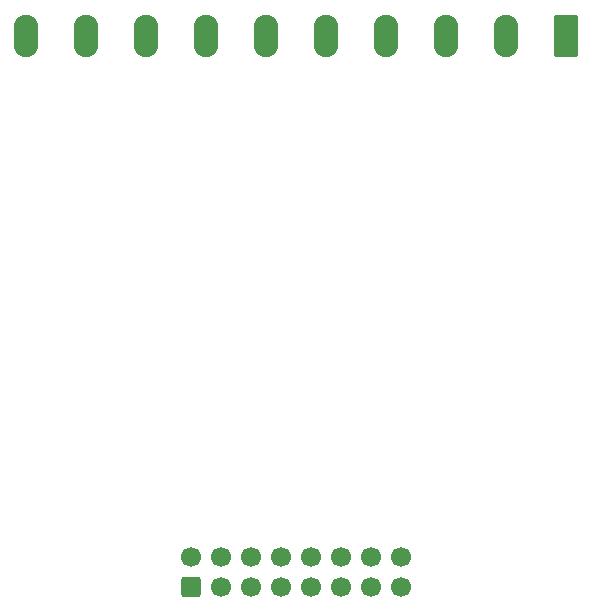
<source format=gbr>
%TF.GenerationSoftware,KiCad,Pcbnew,6.0.11+dfsg-1~bpo11+1*%
%TF.CreationDate,2023-07-05T16:17:00+02:00*%
%TF.ProjectId,din8rib21,64696e38-7269-4623-9231-2e6b69636164,1.1*%
%TF.SameCoordinates,Original*%
%TF.FileFunction,Soldermask,Bot*%
%TF.FilePolarity,Negative*%
%FSLAX46Y46*%
G04 Gerber Fmt 4.6, Leading zero omitted, Abs format (unit mm)*
G04 Created by KiCad (PCBNEW 6.0.11+dfsg-1~bpo11+1) date 2023-07-05 16:17:00*
%MOMM*%
%LPD*%
G01*
G04 APERTURE LIST*
G04 Aperture macros list*
%AMRoundRect*
0 Rectangle with rounded corners*
0 $1 Rounding radius*
0 $2 $3 $4 $5 $6 $7 $8 $9 X,Y pos of 4 corners*
0 Add a 4 corners polygon primitive as box body*
4,1,4,$2,$3,$4,$5,$6,$7,$8,$9,$2,$3,0*
0 Add four circle primitives for the rounded corners*
1,1,$1+$1,$2,$3*
1,1,$1+$1,$4,$5*
1,1,$1+$1,$6,$7*
1,1,$1+$1,$8,$9*
0 Add four rect primitives between the rounded corners*
20,1,$1+$1,$2,$3,$4,$5,0*
20,1,$1+$1,$4,$5,$6,$7,0*
20,1,$1+$1,$6,$7,$8,$9,0*
20,1,$1+$1,$8,$9,$2,$3,0*%
G04 Aperture macros list end*
%ADD10RoundRect,0.250000X0.600000X-0.600000X0.600000X0.600000X-0.600000X0.600000X-0.600000X-0.600000X0*%
%ADD11C,1.700000*%
%ADD12RoundRect,0.249999X0.790001X1.550001X-0.790001X1.550001X-0.790001X-1.550001X0.790001X-1.550001X0*%
%ADD13O,2.080000X3.600000*%
G04 APERTURE END LIST*
D10*
%TO.C,J1*%
X142110000Y-116980000D03*
D11*
X142110000Y-114440000D03*
X144650000Y-116980000D03*
X144650000Y-114440000D03*
X147190000Y-116980000D03*
X147190000Y-114440000D03*
X149730000Y-116980000D03*
X149730000Y-114440000D03*
X152270000Y-116980000D03*
X152270000Y-114440000D03*
X154810000Y-116980000D03*
X154810000Y-114440000D03*
X157350000Y-116980000D03*
X157350000Y-114440000D03*
X159890000Y-116980000D03*
X159890000Y-114440000D03*
%TD*%
D12*
%TO.C,J2*%
X173860000Y-70277500D03*
D13*
X168780000Y-70277500D03*
X163700000Y-70277500D03*
X158620000Y-70277500D03*
X153540000Y-70277500D03*
X148460000Y-70277500D03*
X143380000Y-70277500D03*
X138300000Y-70277500D03*
X133220000Y-70277500D03*
X128140000Y-70277500D03*
%TD*%
M02*

</source>
